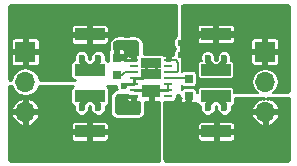
<source format=gbr>
G04 #@! TF.GenerationSoftware,KiCad,Pcbnew,(2017-06-16 revision 2018d4894)-master*
G04 #@! TF.CreationDate,2017-08-04T08:01:46+02:00*
G04 #@! TF.ProjectId,LT3032-breakout,4C54333033322D627265616B6F75742E,rev?*
G04 #@! TF.SameCoordinates,Original
G04 #@! TF.FileFunction,Copper,L1,Top,Signal*
G04 #@! TF.FilePolarity,Positive*
%FSLAX46Y46*%
G04 Gerber Fmt 4.6, Leading zero omitted, Abs format (unit mm)*
G04 Created by KiCad (PCBNEW (2017-06-16 revision 2018d4894)-master) date Fri Aug  4 08:01:46 2017*
%MOMM*%
%LPD*%
G01*
G04 APERTURE LIST*
%ADD10C,0.100000*%
%ADD11R,2.500000X1.000000*%
%ADD12R,0.750000X0.800000*%
%ADD13R,1.650000X1.070000*%
%ADD14R,0.700000X0.250000*%
%ADD15R,0.825000X0.890000*%
%ADD16O,1.700000X1.700000*%
%ADD17R,1.700000X1.700000*%
%ADD18C,0.600000*%
%ADD19C,0.150000*%
%ADD20C,0.500000*%
%ADD21C,0.250000*%
G04 APERTURE END LIST*
D10*
D11*
X148200000Y-68100000D03*
X148200000Y-71100000D03*
X148200000Y-76300000D03*
X148200000Y-73300000D03*
D12*
X150500000Y-70050000D03*
X150500000Y-71550000D03*
X156600000Y-73350000D03*
X156600000Y-71850000D03*
D11*
X158900000Y-68100000D03*
X158900000Y-71100000D03*
X158900000Y-76300000D03*
X158900000Y-73300000D03*
D13*
X153387500Y-72900000D03*
D14*
X154837500Y-70300000D03*
X154837500Y-70800000D03*
X154837500Y-71300000D03*
X154837500Y-71800000D03*
X154837500Y-72300000D03*
X154837500Y-72800000D03*
X154837500Y-73300000D03*
X151937500Y-73300000D03*
X151937500Y-72800000D03*
X151937500Y-72300000D03*
X151937500Y-71800000D03*
X151937500Y-71300000D03*
X151937500Y-70800000D03*
X151937500Y-70300000D03*
D15*
X152975000Y-70555000D03*
X153800000Y-70555000D03*
X153800000Y-71445000D03*
X152975000Y-71445000D03*
D16*
X142740000Y-74660000D03*
X142740000Y-72120000D03*
D17*
X142740000Y-69580000D03*
D16*
X163060000Y-74660000D03*
X163060000Y-72120000D03*
D17*
X163060000Y-69580000D03*
D18*
X159600000Y-74300000D03*
X158200000Y-74300000D03*
X159600000Y-70100000D03*
X158200000Y-70100000D03*
X147500000Y-70100000D03*
X147500000Y-74300000D03*
X148900000Y-74300000D03*
X148900000Y-70100000D03*
X152975000Y-70555000D03*
X153800000Y-70555000D03*
X153800000Y-71445000D03*
X152975000Y-71445000D03*
X151100000Y-72500000D03*
X155900000Y-68800000D03*
X155900000Y-69800000D03*
X156900000Y-69800000D03*
X156900000Y-68800000D03*
X150800000Y-68800000D03*
X151800000Y-69800000D03*
X151800000Y-68800000D03*
X157100000Y-74100000D03*
X157100000Y-75100000D03*
X156100000Y-75100000D03*
X156100000Y-74100000D03*
X151900000Y-74500000D03*
X150900000Y-74500000D03*
X150900000Y-73500000D03*
D19*
X150950000Y-71550000D02*
X151200000Y-71300000D01*
X151200000Y-71300000D02*
X151937500Y-71300000D01*
X150500000Y-71550000D02*
X150950000Y-71550000D01*
D20*
X159600000Y-74300000D02*
X159600000Y-74000000D01*
X159600000Y-74000000D02*
X158900000Y-73300000D01*
X158200000Y-74300000D02*
X158200000Y-74000000D01*
X158200000Y-74000000D02*
X158900000Y-73300000D01*
X159600000Y-70400000D02*
X158900000Y-71100000D01*
X159600000Y-70100000D02*
X159600000Y-70400000D01*
X158200000Y-70100000D02*
X158200000Y-70400000D01*
X158200000Y-70400000D02*
X158900000Y-71100000D01*
X147500000Y-70100000D02*
X147500000Y-70400000D01*
X147500000Y-70400000D02*
X148200000Y-71100000D01*
X147500000Y-74300000D02*
X147500000Y-74000000D01*
X147500000Y-74000000D02*
X148200000Y-73300000D01*
X148900000Y-74300000D02*
X148900000Y-74000000D01*
X148900000Y-74000000D02*
X148200000Y-73300000D01*
X148900000Y-70100000D02*
X148900000Y-70400000D01*
X148900000Y-70400000D02*
X148200000Y-71100000D01*
D21*
X152975000Y-71445000D02*
X152975000Y-70555000D01*
X153800000Y-71445000D02*
X153800000Y-70555000D01*
X152975000Y-71445000D02*
X153800000Y-71445000D01*
X151937500Y-71800000D02*
X152620000Y-71800000D01*
X152620000Y-71800000D02*
X152975000Y-71445000D01*
X151937500Y-71800000D02*
X151937500Y-72300000D01*
X151937500Y-72300000D02*
X151300000Y-72300000D01*
X151300000Y-72300000D02*
X151100000Y-72500000D01*
D19*
X154837500Y-70300000D02*
X155500000Y-70300000D01*
X155500000Y-70300000D02*
X155700000Y-70500000D01*
X155700000Y-70500000D02*
X155700000Y-71200000D01*
D21*
X154400000Y-68100000D02*
X154837500Y-68537500D01*
X154837500Y-68537500D02*
X154837500Y-70300000D01*
X148200000Y-68100000D02*
X154400000Y-68100000D01*
D19*
X155500000Y-71300000D02*
X155600000Y-71300000D01*
X155600000Y-71300000D02*
X155700000Y-71200000D01*
X155500000Y-71300000D02*
X154837500Y-71300000D01*
X154837500Y-72300000D02*
X154837500Y-72800000D01*
D21*
X154837500Y-72800000D02*
X153487500Y-72800000D01*
X153487500Y-72800000D02*
X153387500Y-72900000D01*
X151937500Y-72800000D02*
X153287500Y-72800000D01*
X153287500Y-72800000D02*
X153387500Y-72900000D01*
X155900000Y-69800000D02*
X156900000Y-69800000D01*
X155900000Y-68800000D02*
X155900000Y-69800000D01*
X156900000Y-68800000D02*
X155900000Y-68800000D01*
X158900000Y-68100000D02*
X157600000Y-68100000D01*
X157600000Y-68100000D02*
X156900000Y-68800000D01*
X151800000Y-68800000D02*
X151800000Y-69800000D01*
X150800000Y-68800000D02*
X151800000Y-68800000D01*
X150500000Y-70050000D02*
X150500000Y-69100000D01*
X150500000Y-69100000D02*
X150800000Y-68800000D01*
X156100000Y-74100000D02*
X157100000Y-74100000D01*
X156100000Y-75100000D02*
X157100000Y-75100000D01*
X156100000Y-75100000D02*
X156100000Y-74100000D01*
X156100000Y-74100000D02*
X156600000Y-73600000D01*
X156600000Y-73600000D02*
X156600000Y-73350000D01*
D19*
X150900000Y-74500000D02*
X151900000Y-74500000D01*
X150900000Y-73500000D02*
X150900000Y-74500000D01*
X151937500Y-73300000D02*
X151100000Y-73300000D01*
X151100000Y-73300000D02*
X150900000Y-73500000D01*
X154837500Y-71800000D02*
X156550000Y-71800000D01*
X156550000Y-71800000D02*
X156600000Y-71850000D01*
D21*
G36*
X141400000Y-72475000D02*
X141561615Y-72475000D01*
X141584249Y-72588787D01*
X141849795Y-72986206D01*
X142247214Y-73251752D01*
X142716001Y-73345000D01*
X142763999Y-73345000D01*
X143232786Y-73251752D01*
X143630205Y-72986206D01*
X143895751Y-72588787D01*
X143918385Y-72475000D01*
X146761416Y-72475000D01*
X146679641Y-72529641D01*
X146596758Y-72653683D01*
X146567654Y-72800000D01*
X146567654Y-73800000D01*
X146596758Y-73946317D01*
X146679641Y-74070359D01*
X146803683Y-74153242D01*
X146828047Y-74158088D01*
X146825117Y-74165145D01*
X146824883Y-74433677D01*
X146927429Y-74681857D01*
X147117144Y-74871903D01*
X147365145Y-74974883D01*
X147633677Y-74975117D01*
X147881857Y-74872571D01*
X148071903Y-74682856D01*
X148174883Y-74434855D01*
X148175080Y-74208804D01*
X148200000Y-74183883D01*
X148225079Y-74208962D01*
X148224883Y-74433677D01*
X148327429Y-74681857D01*
X148517144Y-74871903D01*
X148765145Y-74974883D01*
X149033677Y-74975117D01*
X149281857Y-74872571D01*
X149471903Y-74682856D01*
X149574883Y-74434855D01*
X149575117Y-74166323D01*
X149571733Y-74158132D01*
X149596317Y-74153242D01*
X149720359Y-74070359D01*
X149803242Y-73946317D01*
X149832346Y-73800000D01*
X149832346Y-72800000D01*
X149803242Y-72653683D01*
X149720359Y-72529641D01*
X149638584Y-72475000D01*
X150425021Y-72475000D01*
X150424883Y-72633677D01*
X150465456Y-72731871D01*
X150356494Y-72753545D01*
X150234835Y-72834835D01*
X150034835Y-73034835D01*
X149953545Y-73156494D01*
X149925000Y-73300000D01*
X149925000Y-74700000D01*
X149953545Y-74843506D01*
X150034835Y-74965165D01*
X150234835Y-75165165D01*
X150356494Y-75246455D01*
X150500000Y-75275000D01*
X152300000Y-75275000D01*
X152443506Y-75246455D01*
X152565165Y-75165165D01*
X152765165Y-74965165D01*
X152846455Y-74843506D01*
X152875000Y-74700000D01*
X152875000Y-73810000D01*
X153168750Y-73810000D01*
X153262500Y-73716250D01*
X153262500Y-73025000D01*
X153242500Y-73025000D01*
X153242500Y-72775000D01*
X153262500Y-72775000D01*
X153262500Y-72755000D01*
X153512500Y-72755000D01*
X153512500Y-72775000D01*
X153532500Y-72775000D01*
X153532500Y-73025000D01*
X153512500Y-73025000D01*
X153512500Y-73716250D01*
X153606250Y-73810000D01*
X154025000Y-73810000D01*
X154025000Y-78700000D01*
X154039918Y-78775000D01*
X141451776Y-78775000D01*
X141325000Y-78648224D01*
X141325000Y-76518750D01*
X146575000Y-76518750D01*
X146575000Y-76874592D01*
X146632090Y-77012420D01*
X146737579Y-77117910D01*
X146875408Y-77175000D01*
X147981250Y-77175000D01*
X148075000Y-77081250D01*
X148075000Y-76425000D01*
X148325000Y-76425000D01*
X148325000Y-77081250D01*
X148418750Y-77175000D01*
X149524592Y-77175000D01*
X149662421Y-77117910D01*
X149767910Y-77012420D01*
X149825000Y-76874592D01*
X149825000Y-76518750D01*
X149731250Y-76425000D01*
X148325000Y-76425000D01*
X148075000Y-76425000D01*
X146668750Y-76425000D01*
X146575000Y-76518750D01*
X141325000Y-76518750D01*
X141325000Y-74974093D01*
X141555951Y-74974093D01*
X141680645Y-75275157D01*
X141996694Y-75633729D01*
X142425905Y-75844059D01*
X142615000Y-75784867D01*
X142615000Y-74785000D01*
X142865000Y-74785000D01*
X142865000Y-75784867D01*
X143054095Y-75844059D01*
X143296220Y-75725408D01*
X146575000Y-75725408D01*
X146575000Y-76081250D01*
X146668750Y-76175000D01*
X148075000Y-76175000D01*
X148075000Y-75518750D01*
X148325000Y-75518750D01*
X148325000Y-76175000D01*
X149731250Y-76175000D01*
X149825000Y-76081250D01*
X149825000Y-75725408D01*
X149767910Y-75587580D01*
X149662421Y-75482090D01*
X149524592Y-75425000D01*
X148418750Y-75425000D01*
X148325000Y-75518750D01*
X148075000Y-75518750D01*
X147981250Y-75425000D01*
X146875408Y-75425000D01*
X146737579Y-75482090D01*
X146632090Y-75587580D01*
X146575000Y-75725408D01*
X143296220Y-75725408D01*
X143483306Y-75633729D01*
X143799355Y-75275157D01*
X143924049Y-74974093D01*
X143864323Y-74785000D01*
X142865000Y-74785000D01*
X142615000Y-74785000D01*
X141615677Y-74785000D01*
X141555951Y-74974093D01*
X141325000Y-74974093D01*
X141325000Y-74345907D01*
X141555951Y-74345907D01*
X141615677Y-74535000D01*
X142615000Y-74535000D01*
X142615000Y-73535133D01*
X142865000Y-73535133D01*
X142865000Y-74535000D01*
X143864323Y-74535000D01*
X143924049Y-74345907D01*
X143799355Y-74044843D01*
X143483306Y-73686271D01*
X143054095Y-73475941D01*
X142865000Y-73535133D01*
X142615000Y-73535133D01*
X142425905Y-73475941D01*
X141996694Y-73686271D01*
X141680645Y-74044843D01*
X141555951Y-74345907D01*
X141325000Y-74345907D01*
X141325000Y-72460082D01*
X141400000Y-72475000D01*
X141400000Y-72475000D01*
G37*
X141400000Y-72475000D02*
X141561615Y-72475000D01*
X141584249Y-72588787D01*
X141849795Y-72986206D01*
X142247214Y-73251752D01*
X142716001Y-73345000D01*
X142763999Y-73345000D01*
X143232786Y-73251752D01*
X143630205Y-72986206D01*
X143895751Y-72588787D01*
X143918385Y-72475000D01*
X146761416Y-72475000D01*
X146679641Y-72529641D01*
X146596758Y-72653683D01*
X146567654Y-72800000D01*
X146567654Y-73800000D01*
X146596758Y-73946317D01*
X146679641Y-74070359D01*
X146803683Y-74153242D01*
X146828047Y-74158088D01*
X146825117Y-74165145D01*
X146824883Y-74433677D01*
X146927429Y-74681857D01*
X147117144Y-74871903D01*
X147365145Y-74974883D01*
X147633677Y-74975117D01*
X147881857Y-74872571D01*
X148071903Y-74682856D01*
X148174883Y-74434855D01*
X148175080Y-74208804D01*
X148200000Y-74183883D01*
X148225079Y-74208962D01*
X148224883Y-74433677D01*
X148327429Y-74681857D01*
X148517144Y-74871903D01*
X148765145Y-74974883D01*
X149033677Y-74975117D01*
X149281857Y-74872571D01*
X149471903Y-74682856D01*
X149574883Y-74434855D01*
X149575117Y-74166323D01*
X149571733Y-74158132D01*
X149596317Y-74153242D01*
X149720359Y-74070359D01*
X149803242Y-73946317D01*
X149832346Y-73800000D01*
X149832346Y-72800000D01*
X149803242Y-72653683D01*
X149720359Y-72529641D01*
X149638584Y-72475000D01*
X150425021Y-72475000D01*
X150424883Y-72633677D01*
X150465456Y-72731871D01*
X150356494Y-72753545D01*
X150234835Y-72834835D01*
X150034835Y-73034835D01*
X149953545Y-73156494D01*
X149925000Y-73300000D01*
X149925000Y-74700000D01*
X149953545Y-74843506D01*
X150034835Y-74965165D01*
X150234835Y-75165165D01*
X150356494Y-75246455D01*
X150500000Y-75275000D01*
X152300000Y-75275000D01*
X152443506Y-75246455D01*
X152565165Y-75165165D01*
X152765165Y-74965165D01*
X152846455Y-74843506D01*
X152875000Y-74700000D01*
X152875000Y-73810000D01*
X153168750Y-73810000D01*
X153262500Y-73716250D01*
X153262500Y-73025000D01*
X153242500Y-73025000D01*
X153242500Y-72775000D01*
X153262500Y-72775000D01*
X153262500Y-72755000D01*
X153512500Y-72755000D01*
X153512500Y-72775000D01*
X153532500Y-72775000D01*
X153532500Y-73025000D01*
X153512500Y-73025000D01*
X153512500Y-73716250D01*
X153606250Y-73810000D01*
X154025000Y-73810000D01*
X154025000Y-78700000D01*
X154039918Y-78775000D01*
X141451776Y-78775000D01*
X141325000Y-78648224D01*
X141325000Y-76518750D01*
X146575000Y-76518750D01*
X146575000Y-76874592D01*
X146632090Y-77012420D01*
X146737579Y-77117910D01*
X146875408Y-77175000D01*
X147981250Y-77175000D01*
X148075000Y-77081250D01*
X148075000Y-76425000D01*
X148325000Y-76425000D01*
X148325000Y-77081250D01*
X148418750Y-77175000D01*
X149524592Y-77175000D01*
X149662421Y-77117910D01*
X149767910Y-77012420D01*
X149825000Y-76874592D01*
X149825000Y-76518750D01*
X149731250Y-76425000D01*
X148325000Y-76425000D01*
X148075000Y-76425000D01*
X146668750Y-76425000D01*
X146575000Y-76518750D01*
X141325000Y-76518750D01*
X141325000Y-74974093D01*
X141555951Y-74974093D01*
X141680645Y-75275157D01*
X141996694Y-75633729D01*
X142425905Y-75844059D01*
X142615000Y-75784867D01*
X142615000Y-74785000D01*
X142865000Y-74785000D01*
X142865000Y-75784867D01*
X143054095Y-75844059D01*
X143296220Y-75725408D01*
X146575000Y-75725408D01*
X146575000Y-76081250D01*
X146668750Y-76175000D01*
X148075000Y-76175000D01*
X148075000Y-75518750D01*
X148325000Y-75518750D01*
X148325000Y-76175000D01*
X149731250Y-76175000D01*
X149825000Y-76081250D01*
X149825000Y-75725408D01*
X149767910Y-75587580D01*
X149662421Y-75482090D01*
X149524592Y-75425000D01*
X148418750Y-75425000D01*
X148325000Y-75518750D01*
X148075000Y-75518750D01*
X147981250Y-75425000D01*
X146875408Y-75425000D01*
X146737579Y-75482090D01*
X146632090Y-75587580D01*
X146575000Y-75725408D01*
X143296220Y-75725408D01*
X143483306Y-75633729D01*
X143799355Y-75275157D01*
X143924049Y-74974093D01*
X143864323Y-74785000D01*
X142865000Y-74785000D01*
X142615000Y-74785000D01*
X141615677Y-74785000D01*
X141555951Y-74974093D01*
X141325000Y-74974093D01*
X141325000Y-74345907D01*
X141555951Y-74345907D01*
X141615677Y-74535000D01*
X142615000Y-74535000D01*
X142615000Y-73535133D01*
X142865000Y-73535133D01*
X142865000Y-74535000D01*
X143864323Y-74535000D01*
X143924049Y-74345907D01*
X143799355Y-74044843D01*
X143483306Y-73686271D01*
X143054095Y-73475941D01*
X142865000Y-73535133D01*
X142615000Y-73535133D01*
X142425905Y-73475941D01*
X141996694Y-73686271D01*
X141680645Y-74044843D01*
X141555951Y-74345907D01*
X141325000Y-74345907D01*
X141325000Y-72460082D01*
X141400000Y-72475000D01*
G36*
X155525000Y-65700000D02*
X155525000Y-68224596D01*
X155518143Y-68227429D01*
X155328097Y-68417144D01*
X155225117Y-68665145D01*
X155224883Y-68933677D01*
X155327429Y-69181857D01*
X155400000Y-69254555D01*
X155400000Y-69345366D01*
X155328097Y-69417144D01*
X155225117Y-69665145D01*
X155224999Y-69800000D01*
X155056250Y-69800000D01*
X154962500Y-69893750D01*
X154962500Y-70237500D01*
X154982500Y-70237500D01*
X154982500Y-70292654D01*
X154692500Y-70292654D01*
X154692500Y-70237500D01*
X154712500Y-70237500D01*
X154712500Y-69893750D01*
X154618750Y-69800000D01*
X154423533Y-69800000D01*
X154358817Y-69756758D01*
X154212500Y-69727654D01*
X152774537Y-69727654D01*
X152774537Y-68800000D01*
X152745992Y-68656494D01*
X152664702Y-68534835D01*
X152464702Y-68334835D01*
X152343043Y-68253545D01*
X152199537Y-68225000D01*
X152175398Y-68225000D01*
X151934855Y-68125117D01*
X151666323Y-68124883D01*
X151424022Y-68225000D01*
X151175398Y-68225000D01*
X150934855Y-68125117D01*
X150666323Y-68124883D01*
X150424022Y-68225000D01*
X150399537Y-68225000D01*
X150256031Y-68253545D01*
X150134372Y-68334835D01*
X149934372Y-68534835D01*
X149853082Y-68656494D01*
X149824537Y-68800000D01*
X149824537Y-69424694D01*
X149771758Y-69503683D01*
X149742654Y-69650000D01*
X149742654Y-70363008D01*
X149720359Y-70329641D01*
X149596317Y-70246758D01*
X149571953Y-70241912D01*
X149574883Y-70234855D01*
X149575117Y-69966323D01*
X149472571Y-69718143D01*
X149282856Y-69528097D01*
X149034855Y-69425117D01*
X148766323Y-69424883D01*
X148518143Y-69527429D01*
X148328097Y-69717144D01*
X148225117Y-69965145D01*
X148224920Y-70191197D01*
X148200000Y-70216117D01*
X148174921Y-70191038D01*
X148175117Y-69966323D01*
X148072571Y-69718143D01*
X147882856Y-69528097D01*
X147634855Y-69425117D01*
X147366323Y-69424883D01*
X147118143Y-69527429D01*
X146928097Y-69717144D01*
X146825117Y-69965145D01*
X146824883Y-70233677D01*
X146828267Y-70241868D01*
X146803683Y-70246758D01*
X146679641Y-70329641D01*
X146596758Y-70453683D01*
X146567654Y-70600000D01*
X146567654Y-71600000D01*
X146596758Y-71746317D01*
X146679641Y-71870359D01*
X146803683Y-71953242D01*
X146913069Y-71975000D01*
X143960157Y-71975000D01*
X143895751Y-71651213D01*
X143630205Y-71253794D01*
X143232786Y-70988248D01*
X142763999Y-70895000D01*
X142716001Y-70895000D01*
X142247214Y-70988248D01*
X141849795Y-71253794D01*
X141584249Y-71651213D01*
X141519843Y-71975000D01*
X141451776Y-71975000D01*
X141325000Y-71848224D01*
X141325000Y-69798750D01*
X141515000Y-69798750D01*
X141515000Y-70504592D01*
X141572090Y-70642421D01*
X141677580Y-70747910D01*
X141815408Y-70805000D01*
X142521250Y-70805000D01*
X142615000Y-70711250D01*
X142615000Y-69705000D01*
X142865000Y-69705000D01*
X142865000Y-70711250D01*
X142958750Y-70805000D01*
X143664592Y-70805000D01*
X143802420Y-70747910D01*
X143907910Y-70642421D01*
X143965000Y-70504592D01*
X143965000Y-69798750D01*
X143871250Y-69705000D01*
X142865000Y-69705000D01*
X142615000Y-69705000D01*
X141608750Y-69705000D01*
X141515000Y-69798750D01*
X141325000Y-69798750D01*
X141325000Y-68655408D01*
X141515000Y-68655408D01*
X141515000Y-69361250D01*
X141608750Y-69455000D01*
X142615000Y-69455000D01*
X142615000Y-68448750D01*
X142865000Y-68448750D01*
X142865000Y-69455000D01*
X143871250Y-69455000D01*
X143965000Y-69361250D01*
X143965000Y-68655408D01*
X143907910Y-68517579D01*
X143802420Y-68412090D01*
X143664592Y-68355000D01*
X142958750Y-68355000D01*
X142865000Y-68448750D01*
X142615000Y-68448750D01*
X142521250Y-68355000D01*
X141815408Y-68355000D01*
X141677580Y-68412090D01*
X141572090Y-68517579D01*
X141515000Y-68655408D01*
X141325000Y-68655408D01*
X141325000Y-68318750D01*
X146575000Y-68318750D01*
X146575000Y-68674592D01*
X146632090Y-68812420D01*
X146737579Y-68917910D01*
X146875408Y-68975000D01*
X147981250Y-68975000D01*
X148075000Y-68881250D01*
X148075000Y-68225000D01*
X148325000Y-68225000D01*
X148325000Y-68881250D01*
X148418750Y-68975000D01*
X149524592Y-68975000D01*
X149662421Y-68917910D01*
X149767910Y-68812420D01*
X149825000Y-68674592D01*
X149825000Y-68318750D01*
X149731250Y-68225000D01*
X148325000Y-68225000D01*
X148075000Y-68225000D01*
X146668750Y-68225000D01*
X146575000Y-68318750D01*
X141325000Y-68318750D01*
X141325000Y-67525408D01*
X146575000Y-67525408D01*
X146575000Y-67881250D01*
X146668750Y-67975000D01*
X148075000Y-67975000D01*
X148075000Y-67318750D01*
X148325000Y-67318750D01*
X148325000Y-67975000D01*
X149731250Y-67975000D01*
X149825000Y-67881250D01*
X149825000Y-67525408D01*
X149767910Y-67387580D01*
X149662421Y-67282090D01*
X149524592Y-67225000D01*
X148418750Y-67225000D01*
X148325000Y-67318750D01*
X148075000Y-67318750D01*
X147981250Y-67225000D01*
X146875408Y-67225000D01*
X146737579Y-67282090D01*
X146632090Y-67387580D01*
X146575000Y-67525408D01*
X141325000Y-67525408D01*
X141325000Y-65751776D01*
X141451776Y-65625000D01*
X155539918Y-65625000D01*
X155525000Y-65700000D01*
X155525000Y-65700000D01*
G37*
X155525000Y-65700000D02*
X155525000Y-68224596D01*
X155518143Y-68227429D01*
X155328097Y-68417144D01*
X155225117Y-68665145D01*
X155224883Y-68933677D01*
X155327429Y-69181857D01*
X155400000Y-69254555D01*
X155400000Y-69345366D01*
X155328097Y-69417144D01*
X155225117Y-69665145D01*
X155224999Y-69800000D01*
X155056250Y-69800000D01*
X154962500Y-69893750D01*
X154962500Y-70237500D01*
X154982500Y-70237500D01*
X154982500Y-70292654D01*
X154692500Y-70292654D01*
X154692500Y-70237500D01*
X154712500Y-70237500D01*
X154712500Y-69893750D01*
X154618750Y-69800000D01*
X154423533Y-69800000D01*
X154358817Y-69756758D01*
X154212500Y-69727654D01*
X152774537Y-69727654D01*
X152774537Y-68800000D01*
X152745992Y-68656494D01*
X152664702Y-68534835D01*
X152464702Y-68334835D01*
X152343043Y-68253545D01*
X152199537Y-68225000D01*
X152175398Y-68225000D01*
X151934855Y-68125117D01*
X151666323Y-68124883D01*
X151424022Y-68225000D01*
X151175398Y-68225000D01*
X150934855Y-68125117D01*
X150666323Y-68124883D01*
X150424022Y-68225000D01*
X150399537Y-68225000D01*
X150256031Y-68253545D01*
X150134372Y-68334835D01*
X149934372Y-68534835D01*
X149853082Y-68656494D01*
X149824537Y-68800000D01*
X149824537Y-69424694D01*
X149771758Y-69503683D01*
X149742654Y-69650000D01*
X149742654Y-70363008D01*
X149720359Y-70329641D01*
X149596317Y-70246758D01*
X149571953Y-70241912D01*
X149574883Y-70234855D01*
X149575117Y-69966323D01*
X149472571Y-69718143D01*
X149282856Y-69528097D01*
X149034855Y-69425117D01*
X148766323Y-69424883D01*
X148518143Y-69527429D01*
X148328097Y-69717144D01*
X148225117Y-69965145D01*
X148224920Y-70191197D01*
X148200000Y-70216117D01*
X148174921Y-70191038D01*
X148175117Y-69966323D01*
X148072571Y-69718143D01*
X147882856Y-69528097D01*
X147634855Y-69425117D01*
X147366323Y-69424883D01*
X147118143Y-69527429D01*
X146928097Y-69717144D01*
X146825117Y-69965145D01*
X146824883Y-70233677D01*
X146828267Y-70241868D01*
X146803683Y-70246758D01*
X146679641Y-70329641D01*
X146596758Y-70453683D01*
X146567654Y-70600000D01*
X146567654Y-71600000D01*
X146596758Y-71746317D01*
X146679641Y-71870359D01*
X146803683Y-71953242D01*
X146913069Y-71975000D01*
X143960157Y-71975000D01*
X143895751Y-71651213D01*
X143630205Y-71253794D01*
X143232786Y-70988248D01*
X142763999Y-70895000D01*
X142716001Y-70895000D01*
X142247214Y-70988248D01*
X141849795Y-71253794D01*
X141584249Y-71651213D01*
X141519843Y-71975000D01*
X141451776Y-71975000D01*
X141325000Y-71848224D01*
X141325000Y-69798750D01*
X141515000Y-69798750D01*
X141515000Y-70504592D01*
X141572090Y-70642421D01*
X141677580Y-70747910D01*
X141815408Y-70805000D01*
X142521250Y-70805000D01*
X142615000Y-70711250D01*
X142615000Y-69705000D01*
X142865000Y-69705000D01*
X142865000Y-70711250D01*
X142958750Y-70805000D01*
X143664592Y-70805000D01*
X143802420Y-70747910D01*
X143907910Y-70642421D01*
X143965000Y-70504592D01*
X143965000Y-69798750D01*
X143871250Y-69705000D01*
X142865000Y-69705000D01*
X142615000Y-69705000D01*
X141608750Y-69705000D01*
X141515000Y-69798750D01*
X141325000Y-69798750D01*
X141325000Y-68655408D01*
X141515000Y-68655408D01*
X141515000Y-69361250D01*
X141608750Y-69455000D01*
X142615000Y-69455000D01*
X142615000Y-68448750D01*
X142865000Y-68448750D01*
X142865000Y-69455000D01*
X143871250Y-69455000D01*
X143965000Y-69361250D01*
X143965000Y-68655408D01*
X143907910Y-68517579D01*
X143802420Y-68412090D01*
X143664592Y-68355000D01*
X142958750Y-68355000D01*
X142865000Y-68448750D01*
X142615000Y-68448750D01*
X142521250Y-68355000D01*
X141815408Y-68355000D01*
X141677580Y-68412090D01*
X141572090Y-68517579D01*
X141515000Y-68655408D01*
X141325000Y-68655408D01*
X141325000Y-68318750D01*
X146575000Y-68318750D01*
X146575000Y-68674592D01*
X146632090Y-68812420D01*
X146737579Y-68917910D01*
X146875408Y-68975000D01*
X147981250Y-68975000D01*
X148075000Y-68881250D01*
X148075000Y-68225000D01*
X148325000Y-68225000D01*
X148325000Y-68881250D01*
X148418750Y-68975000D01*
X149524592Y-68975000D01*
X149662421Y-68917910D01*
X149767910Y-68812420D01*
X149825000Y-68674592D01*
X149825000Y-68318750D01*
X149731250Y-68225000D01*
X148325000Y-68225000D01*
X148075000Y-68225000D01*
X146668750Y-68225000D01*
X146575000Y-68318750D01*
X141325000Y-68318750D01*
X141325000Y-67525408D01*
X146575000Y-67525408D01*
X146575000Y-67881250D01*
X146668750Y-67975000D01*
X148075000Y-67975000D01*
X148075000Y-67318750D01*
X148325000Y-67318750D01*
X148325000Y-67975000D01*
X149731250Y-67975000D01*
X149825000Y-67881250D01*
X149825000Y-67525408D01*
X149767910Y-67387580D01*
X149662421Y-67282090D01*
X149524592Y-67225000D01*
X148418750Y-67225000D01*
X148325000Y-67318750D01*
X148075000Y-67318750D01*
X147981250Y-67225000D01*
X146875408Y-67225000D01*
X146737579Y-67282090D01*
X146632090Y-67387580D01*
X146575000Y-67525408D01*
X141325000Y-67525408D01*
X141325000Y-65751776D01*
X141451776Y-65625000D01*
X155539918Y-65625000D01*
X155525000Y-65700000D01*
G36*
X151306250Y-73237500D02*
X151380209Y-73237500D01*
X151441183Y-73278242D01*
X151587500Y-73307346D01*
X152082500Y-73307346D01*
X152082500Y-73362500D01*
X152062500Y-73362500D01*
X152062500Y-73706250D01*
X152156250Y-73800000D01*
X152362092Y-73800000D01*
X152375000Y-73794653D01*
X152375000Y-74648224D01*
X152248224Y-74775000D01*
X150551776Y-74775000D01*
X150425000Y-74648224D01*
X150425000Y-73456250D01*
X151212500Y-73456250D01*
X151212500Y-73499592D01*
X151269590Y-73637421D01*
X151375080Y-73742910D01*
X151512908Y-73800000D01*
X151718750Y-73800000D01*
X151812500Y-73706250D01*
X151812500Y-73362500D01*
X151306250Y-73362500D01*
X151212500Y-73456250D01*
X150425000Y-73456250D01*
X150425000Y-73351776D01*
X150551776Y-73225000D01*
X151293750Y-73225000D01*
X151306250Y-73237500D01*
X151306250Y-73237500D01*
G37*
X151306250Y-73237500D02*
X151380209Y-73237500D01*
X151441183Y-73278242D01*
X151587500Y-73307346D01*
X152082500Y-73307346D01*
X152082500Y-73362500D01*
X152062500Y-73362500D01*
X152062500Y-73706250D01*
X152156250Y-73800000D01*
X152362092Y-73800000D01*
X152375000Y-73794653D01*
X152375000Y-74648224D01*
X152248224Y-74775000D01*
X150551776Y-74775000D01*
X150425000Y-74648224D01*
X150425000Y-73456250D01*
X151212500Y-73456250D01*
X151212500Y-73499592D01*
X151269590Y-73637421D01*
X151375080Y-73742910D01*
X151512908Y-73800000D01*
X151718750Y-73800000D01*
X151812500Y-73706250D01*
X151812500Y-73362500D01*
X151306250Y-73362500D01*
X151212500Y-73456250D01*
X150425000Y-73456250D01*
X150425000Y-73351776D01*
X150551776Y-73225000D01*
X151293750Y-73225000D01*
X151306250Y-73237500D01*
G36*
X155834835Y-73365165D02*
X155850000Y-73375298D01*
X155850000Y-73475002D01*
X155943748Y-73475002D01*
X155850000Y-73568750D01*
X155850000Y-73824592D01*
X155907090Y-73962420D01*
X156012579Y-74067910D01*
X156150408Y-74125000D01*
X156381250Y-74125000D01*
X156475000Y-74031250D01*
X156475000Y-73475000D01*
X156725000Y-73475000D01*
X156725000Y-74031250D01*
X156818750Y-74125000D01*
X157049592Y-74125000D01*
X157187421Y-74067910D01*
X157292910Y-73962420D01*
X157298500Y-73948924D01*
X157379641Y-74070359D01*
X157503683Y-74153242D01*
X157528047Y-74158088D01*
X157525117Y-74165145D01*
X157524883Y-74433677D01*
X157627429Y-74681857D01*
X157817144Y-74871903D01*
X158065145Y-74974883D01*
X158333677Y-74975117D01*
X158581857Y-74872571D01*
X158771903Y-74682856D01*
X158874883Y-74434855D01*
X158875080Y-74208804D01*
X158900000Y-74183883D01*
X158925079Y-74208962D01*
X158924883Y-74433677D01*
X159027429Y-74681857D01*
X159217144Y-74871903D01*
X159465145Y-74974883D01*
X159733677Y-74975117D01*
X159736155Y-74974093D01*
X161875951Y-74974093D01*
X162000645Y-75275157D01*
X162316694Y-75633729D01*
X162745905Y-75844059D01*
X162935000Y-75784867D01*
X162935000Y-74785000D01*
X163185000Y-74785000D01*
X163185000Y-75784867D01*
X163374095Y-75844059D01*
X163803306Y-75633729D01*
X164119355Y-75275157D01*
X164244049Y-74974093D01*
X164184323Y-74785000D01*
X163185000Y-74785000D01*
X162935000Y-74785000D01*
X161935677Y-74785000D01*
X161875951Y-74974093D01*
X159736155Y-74974093D01*
X159981857Y-74872571D01*
X160171903Y-74682856D01*
X160274883Y-74434855D01*
X160275117Y-74166323D01*
X160271733Y-74158132D01*
X160296317Y-74153242D01*
X160420359Y-74070359D01*
X160503242Y-73946317D01*
X160532346Y-73800000D01*
X160532346Y-73475000D01*
X162934998Y-73475000D01*
X162934998Y-73535132D01*
X162745905Y-73475941D01*
X162316694Y-73686271D01*
X162000645Y-74044843D01*
X161875951Y-74345907D01*
X161935677Y-74535000D01*
X162935000Y-74535000D01*
X162935000Y-74515000D01*
X163185000Y-74515000D01*
X163185000Y-74535000D01*
X164184323Y-74535000D01*
X164244049Y-74345907D01*
X164119355Y-74044843D01*
X163803306Y-73686271D01*
X163374095Y-73475941D01*
X163185002Y-73535132D01*
X163185002Y-73475000D01*
X165000000Y-73475000D01*
X165075000Y-73460082D01*
X165075000Y-78648224D01*
X164948224Y-78775000D01*
X154651776Y-78775000D01*
X154525000Y-78648224D01*
X154525000Y-76518750D01*
X157275000Y-76518750D01*
X157275000Y-76874592D01*
X157332090Y-77012420D01*
X157437579Y-77117910D01*
X157575408Y-77175000D01*
X158681250Y-77175000D01*
X158775000Y-77081250D01*
X158775000Y-76425000D01*
X159025000Y-76425000D01*
X159025000Y-77081250D01*
X159118750Y-77175000D01*
X160224592Y-77175000D01*
X160362421Y-77117910D01*
X160467910Y-77012420D01*
X160525000Y-76874592D01*
X160525000Y-76518750D01*
X160431250Y-76425000D01*
X159025000Y-76425000D01*
X158775000Y-76425000D01*
X157368750Y-76425000D01*
X157275000Y-76518750D01*
X154525000Y-76518750D01*
X154525000Y-75725408D01*
X157275000Y-75725408D01*
X157275000Y-76081250D01*
X157368750Y-76175000D01*
X158775000Y-76175000D01*
X158775000Y-75518750D01*
X159025000Y-75518750D01*
X159025000Y-76175000D01*
X160431250Y-76175000D01*
X160525000Y-76081250D01*
X160525000Y-75725408D01*
X160467910Y-75587580D01*
X160362421Y-75482090D01*
X160224592Y-75425000D01*
X159118750Y-75425000D01*
X159025000Y-75518750D01*
X158775000Y-75518750D01*
X158681250Y-75425000D01*
X157575408Y-75425000D01*
X157437579Y-75482090D01*
X157332090Y-75587580D01*
X157275000Y-75725408D01*
X154525000Y-75725408D01*
X154525000Y-73807346D01*
X155187500Y-73807346D01*
X155333817Y-73778242D01*
X155457859Y-73695359D01*
X155540742Y-73571317D01*
X155569846Y-73425000D01*
X155569846Y-73225000D01*
X155694670Y-73225000D01*
X155834835Y-73365165D01*
X155834835Y-73365165D01*
G37*
X155834835Y-73365165D02*
X155850000Y-73375298D01*
X155850000Y-73475002D01*
X155943748Y-73475002D01*
X155850000Y-73568750D01*
X155850000Y-73824592D01*
X155907090Y-73962420D01*
X156012579Y-74067910D01*
X156150408Y-74125000D01*
X156381250Y-74125000D01*
X156475000Y-74031250D01*
X156475000Y-73475000D01*
X156725000Y-73475000D01*
X156725000Y-74031250D01*
X156818750Y-74125000D01*
X157049592Y-74125000D01*
X157187421Y-74067910D01*
X157292910Y-73962420D01*
X157298500Y-73948924D01*
X157379641Y-74070359D01*
X157503683Y-74153242D01*
X157528047Y-74158088D01*
X157525117Y-74165145D01*
X157524883Y-74433677D01*
X157627429Y-74681857D01*
X157817144Y-74871903D01*
X158065145Y-74974883D01*
X158333677Y-74975117D01*
X158581857Y-74872571D01*
X158771903Y-74682856D01*
X158874883Y-74434855D01*
X158875080Y-74208804D01*
X158900000Y-74183883D01*
X158925079Y-74208962D01*
X158924883Y-74433677D01*
X159027429Y-74681857D01*
X159217144Y-74871903D01*
X159465145Y-74974883D01*
X159733677Y-74975117D01*
X159736155Y-74974093D01*
X161875951Y-74974093D01*
X162000645Y-75275157D01*
X162316694Y-75633729D01*
X162745905Y-75844059D01*
X162935000Y-75784867D01*
X162935000Y-74785000D01*
X163185000Y-74785000D01*
X163185000Y-75784867D01*
X163374095Y-75844059D01*
X163803306Y-75633729D01*
X164119355Y-75275157D01*
X164244049Y-74974093D01*
X164184323Y-74785000D01*
X163185000Y-74785000D01*
X162935000Y-74785000D01*
X161935677Y-74785000D01*
X161875951Y-74974093D01*
X159736155Y-74974093D01*
X159981857Y-74872571D01*
X160171903Y-74682856D01*
X160274883Y-74434855D01*
X160275117Y-74166323D01*
X160271733Y-74158132D01*
X160296317Y-74153242D01*
X160420359Y-74070359D01*
X160503242Y-73946317D01*
X160532346Y-73800000D01*
X160532346Y-73475000D01*
X162934998Y-73475000D01*
X162934998Y-73535132D01*
X162745905Y-73475941D01*
X162316694Y-73686271D01*
X162000645Y-74044843D01*
X161875951Y-74345907D01*
X161935677Y-74535000D01*
X162935000Y-74535000D01*
X162935000Y-74515000D01*
X163185000Y-74515000D01*
X163185000Y-74535000D01*
X164184323Y-74535000D01*
X164244049Y-74345907D01*
X164119355Y-74044843D01*
X163803306Y-73686271D01*
X163374095Y-73475941D01*
X163185002Y-73535132D01*
X163185002Y-73475000D01*
X165000000Y-73475000D01*
X165075000Y-73460082D01*
X165075000Y-78648224D01*
X164948224Y-78775000D01*
X154651776Y-78775000D01*
X154525000Y-78648224D01*
X154525000Y-76518750D01*
X157275000Y-76518750D01*
X157275000Y-76874592D01*
X157332090Y-77012420D01*
X157437579Y-77117910D01*
X157575408Y-77175000D01*
X158681250Y-77175000D01*
X158775000Y-77081250D01*
X158775000Y-76425000D01*
X159025000Y-76425000D01*
X159025000Y-77081250D01*
X159118750Y-77175000D01*
X160224592Y-77175000D01*
X160362421Y-77117910D01*
X160467910Y-77012420D01*
X160525000Y-76874592D01*
X160525000Y-76518750D01*
X160431250Y-76425000D01*
X159025000Y-76425000D01*
X158775000Y-76425000D01*
X157368750Y-76425000D01*
X157275000Y-76518750D01*
X154525000Y-76518750D01*
X154525000Y-75725408D01*
X157275000Y-75725408D01*
X157275000Y-76081250D01*
X157368750Y-76175000D01*
X158775000Y-76175000D01*
X158775000Y-75518750D01*
X159025000Y-75518750D01*
X159025000Y-76175000D01*
X160431250Y-76175000D01*
X160525000Y-76081250D01*
X160525000Y-75725408D01*
X160467910Y-75587580D01*
X160362421Y-75482090D01*
X160224592Y-75425000D01*
X159118750Y-75425000D01*
X159025000Y-75518750D01*
X158775000Y-75518750D01*
X158681250Y-75425000D01*
X157575408Y-75425000D01*
X157437579Y-75482090D01*
X157332090Y-75587580D01*
X157275000Y-75725408D01*
X154525000Y-75725408D01*
X154525000Y-73807346D01*
X155187500Y-73807346D01*
X155333817Y-73778242D01*
X155457859Y-73695359D01*
X155540742Y-73571317D01*
X155569846Y-73425000D01*
X155569846Y-73225000D01*
X155694670Y-73225000D01*
X155834835Y-73365165D01*
D19*
G36*
X152324537Y-68831066D02*
X152324537Y-69850000D01*
X152193750Y-69850000D01*
X152112500Y-69931250D01*
X152112500Y-70237500D01*
X152132500Y-70237500D01*
X152132500Y-70325000D01*
X151200000Y-70325000D01*
X151200000Y-70306250D01*
X151118750Y-70225000D01*
X150675000Y-70225000D01*
X150675000Y-70245000D01*
X150350603Y-70245000D01*
X150305000Y-70199397D01*
X150305000Y-70110353D01*
X151262500Y-70110353D01*
X151262500Y-70156250D01*
X151343750Y-70237500D01*
X151762500Y-70237500D01*
X151762500Y-69931250D01*
X151681250Y-69850000D01*
X151522854Y-69850000D01*
X151403403Y-69899478D01*
X151311979Y-69990902D01*
X151262500Y-70110353D01*
X150305000Y-70110353D01*
X150305000Y-69875000D01*
X150325000Y-69875000D01*
X150325000Y-69406250D01*
X150675000Y-69406250D01*
X150675000Y-69875000D01*
X151118750Y-69875000D01*
X151200000Y-69793750D01*
X151200000Y-69585354D01*
X151150522Y-69465903D01*
X151059098Y-69374479D01*
X150939647Y-69325000D01*
X150756250Y-69325000D01*
X150675000Y-69406250D01*
X150325000Y-69406250D01*
X150274537Y-69355787D01*
X150274537Y-68831066D01*
X150430603Y-68675000D01*
X152168471Y-68675000D01*
X152324537Y-68831066D01*
X152324537Y-68831066D01*
G37*
X152324537Y-68831066D02*
X152324537Y-69850000D01*
X152193750Y-69850000D01*
X152112500Y-69931250D01*
X152112500Y-70237500D01*
X152132500Y-70237500D01*
X152132500Y-70325000D01*
X151200000Y-70325000D01*
X151200000Y-70306250D01*
X151118750Y-70225000D01*
X150675000Y-70225000D01*
X150675000Y-70245000D01*
X150350603Y-70245000D01*
X150305000Y-70199397D01*
X150305000Y-70110353D01*
X151262500Y-70110353D01*
X151262500Y-70156250D01*
X151343750Y-70237500D01*
X151762500Y-70237500D01*
X151762500Y-69931250D01*
X151681250Y-69850000D01*
X151522854Y-69850000D01*
X151403403Y-69899478D01*
X151311979Y-69990902D01*
X151262500Y-70110353D01*
X150305000Y-70110353D01*
X150305000Y-69875000D01*
X150325000Y-69875000D01*
X150325000Y-69406250D01*
X150675000Y-69406250D01*
X150675000Y-69875000D01*
X151118750Y-69875000D01*
X151200000Y-69793750D01*
X151200000Y-69585354D01*
X151150522Y-69465903D01*
X151059098Y-69374479D01*
X150939647Y-69325000D01*
X150756250Y-69325000D01*
X150675000Y-69406250D01*
X150325000Y-69406250D01*
X150274537Y-69355787D01*
X150274537Y-68831066D01*
X150430603Y-68675000D01*
X152168471Y-68675000D01*
X152324537Y-68831066D01*
G36*
X165125000Y-65731066D02*
X165125000Y-72868934D01*
X164968934Y-73025000D01*
X163713649Y-73025000D01*
X163877535Y-72915495D01*
X164121404Y-72550519D01*
X164207040Y-72120000D01*
X164121404Y-71689481D01*
X163877535Y-71324505D01*
X163512559Y-71080636D01*
X163082040Y-70995000D01*
X163037960Y-70995000D01*
X162607441Y-71080636D01*
X162242465Y-71324505D01*
X161998596Y-71689481D01*
X161912960Y-72120000D01*
X161998596Y-72550519D01*
X162242465Y-72915495D01*
X162406351Y-73025000D01*
X160430387Y-73025000D01*
X160430387Y-72800000D01*
X160409044Y-72692701D01*
X160348264Y-72601736D01*
X160257299Y-72540956D01*
X160150000Y-72519613D01*
X157650000Y-72519613D01*
X157542701Y-72540956D01*
X157451736Y-72601736D01*
X157390956Y-72692701D01*
X157369613Y-72800000D01*
X157369613Y-73025000D01*
X157255387Y-73025000D01*
X157255387Y-72950000D01*
X157234044Y-72842701D01*
X157173264Y-72751736D01*
X157082299Y-72690956D01*
X156975000Y-72669613D01*
X156225000Y-72669613D01*
X156117701Y-72690956D01*
X156026736Y-72751736D01*
X155975000Y-72829166D01*
X155975000Y-72370834D01*
X156026736Y-72448264D01*
X156117701Y-72509044D01*
X156225000Y-72530387D01*
X156975000Y-72530387D01*
X157082299Y-72509044D01*
X157173264Y-72448264D01*
X157234044Y-72357299D01*
X157255387Y-72250000D01*
X157255387Y-71450000D01*
X157234044Y-71342701D01*
X157173264Y-71251736D01*
X157082299Y-71190956D01*
X156975000Y-71169613D01*
X156225000Y-71169613D01*
X156117701Y-71190956D01*
X156041698Y-71241739D01*
X156050000Y-71200000D01*
X156050000Y-70600000D01*
X157369613Y-70600000D01*
X157369613Y-71600000D01*
X157390956Y-71707299D01*
X157451736Y-71798264D01*
X157542701Y-71859044D01*
X157650000Y-71880387D01*
X160150000Y-71880387D01*
X160257299Y-71859044D01*
X160348264Y-71798264D01*
X160409044Y-71707299D01*
X160430387Y-71600000D01*
X160430387Y-70600000D01*
X160409044Y-70492701D01*
X160348264Y-70401736D01*
X160257299Y-70340956D01*
X160150000Y-70319613D01*
X160131410Y-70319613D01*
X160174900Y-70214876D01*
X160175100Y-69986127D01*
X160113173Y-69836250D01*
X161885000Y-69836250D01*
X161885000Y-70494647D01*
X161934479Y-70614098D01*
X162025903Y-70705522D01*
X162145354Y-70755000D01*
X162803750Y-70755000D01*
X162885000Y-70673750D01*
X162885000Y-69755000D01*
X163235000Y-69755000D01*
X163235000Y-70673750D01*
X163316250Y-70755000D01*
X163974646Y-70755000D01*
X164094097Y-70705522D01*
X164185521Y-70614098D01*
X164235000Y-70494647D01*
X164235000Y-69836250D01*
X164153750Y-69755000D01*
X163235000Y-69755000D01*
X162885000Y-69755000D01*
X161966250Y-69755000D01*
X161885000Y-69836250D01*
X160113173Y-69836250D01*
X160087746Y-69774714D01*
X159926137Y-69612823D01*
X159714876Y-69525100D01*
X159486127Y-69524900D01*
X159274714Y-69612254D01*
X159112823Y-69773863D01*
X159025100Y-69985124D01*
X159024900Y-70213873D01*
X159030387Y-70227151D01*
X158937925Y-70319613D01*
X158862075Y-70319613D01*
X158769747Y-70227285D01*
X158774900Y-70214876D01*
X158775100Y-69986127D01*
X158687746Y-69774714D01*
X158526137Y-69612823D01*
X158314876Y-69525100D01*
X158086127Y-69524900D01*
X157874714Y-69612254D01*
X157712823Y-69773863D01*
X157625100Y-69985124D01*
X157624900Y-70213873D01*
X157668591Y-70319613D01*
X157650000Y-70319613D01*
X157542701Y-70340956D01*
X157451736Y-70401736D01*
X157390956Y-70492701D01*
X157369613Y-70600000D01*
X156050000Y-70600000D01*
X156050000Y-70500000D01*
X156023358Y-70366061D01*
X156006583Y-70340956D01*
X155975000Y-70293688D01*
X155975000Y-68356250D01*
X157325000Y-68356250D01*
X157325000Y-68664646D01*
X157374478Y-68784097D01*
X157465902Y-68875521D01*
X157585353Y-68925000D01*
X158643750Y-68925000D01*
X158725000Y-68843750D01*
X158725000Y-68275000D01*
X159075000Y-68275000D01*
X159075000Y-68843750D01*
X159156250Y-68925000D01*
X160214647Y-68925000D01*
X160334098Y-68875521D01*
X160425522Y-68784097D01*
X160474707Y-68665353D01*
X161885000Y-68665353D01*
X161885000Y-69323750D01*
X161966250Y-69405000D01*
X162885000Y-69405000D01*
X162885000Y-68486250D01*
X163235000Y-68486250D01*
X163235000Y-69405000D01*
X164153750Y-69405000D01*
X164235000Y-69323750D01*
X164235000Y-68665353D01*
X164185521Y-68545902D01*
X164094097Y-68454478D01*
X163974646Y-68405000D01*
X163316250Y-68405000D01*
X163235000Y-68486250D01*
X162885000Y-68486250D01*
X162803750Y-68405000D01*
X162145354Y-68405000D01*
X162025903Y-68454478D01*
X161934479Y-68545902D01*
X161885000Y-68665353D01*
X160474707Y-68665353D01*
X160475000Y-68664646D01*
X160475000Y-68356250D01*
X160393750Y-68275000D01*
X159075000Y-68275000D01*
X158725000Y-68275000D01*
X157406250Y-68275000D01*
X157325000Y-68356250D01*
X155975000Y-68356250D01*
X155975000Y-67535354D01*
X157325000Y-67535354D01*
X157325000Y-67843750D01*
X157406250Y-67925000D01*
X158725000Y-67925000D01*
X158725000Y-67356250D01*
X159075000Y-67356250D01*
X159075000Y-67925000D01*
X160393750Y-67925000D01*
X160475000Y-67843750D01*
X160475000Y-67535354D01*
X160425522Y-67415903D01*
X160334098Y-67324479D01*
X160214647Y-67275000D01*
X159156250Y-67275000D01*
X159075000Y-67356250D01*
X158725000Y-67356250D01*
X158643750Y-67275000D01*
X157585353Y-67275000D01*
X157465902Y-67324479D01*
X157374478Y-67415903D01*
X157325000Y-67535354D01*
X155975000Y-67535354D01*
X155975000Y-65731066D01*
X156131066Y-65575000D01*
X164968934Y-65575000D01*
X165125000Y-65731066D01*
X165125000Y-65731066D01*
G37*
X165125000Y-65731066D02*
X165125000Y-72868934D01*
X164968934Y-73025000D01*
X163713649Y-73025000D01*
X163877535Y-72915495D01*
X164121404Y-72550519D01*
X164207040Y-72120000D01*
X164121404Y-71689481D01*
X163877535Y-71324505D01*
X163512559Y-71080636D01*
X163082040Y-70995000D01*
X163037960Y-70995000D01*
X162607441Y-71080636D01*
X162242465Y-71324505D01*
X161998596Y-71689481D01*
X161912960Y-72120000D01*
X161998596Y-72550519D01*
X162242465Y-72915495D01*
X162406351Y-73025000D01*
X160430387Y-73025000D01*
X160430387Y-72800000D01*
X160409044Y-72692701D01*
X160348264Y-72601736D01*
X160257299Y-72540956D01*
X160150000Y-72519613D01*
X157650000Y-72519613D01*
X157542701Y-72540956D01*
X157451736Y-72601736D01*
X157390956Y-72692701D01*
X157369613Y-72800000D01*
X157369613Y-73025000D01*
X157255387Y-73025000D01*
X157255387Y-72950000D01*
X157234044Y-72842701D01*
X157173264Y-72751736D01*
X157082299Y-72690956D01*
X156975000Y-72669613D01*
X156225000Y-72669613D01*
X156117701Y-72690956D01*
X156026736Y-72751736D01*
X155975000Y-72829166D01*
X155975000Y-72370834D01*
X156026736Y-72448264D01*
X156117701Y-72509044D01*
X156225000Y-72530387D01*
X156975000Y-72530387D01*
X157082299Y-72509044D01*
X157173264Y-72448264D01*
X157234044Y-72357299D01*
X157255387Y-72250000D01*
X157255387Y-71450000D01*
X157234044Y-71342701D01*
X157173264Y-71251736D01*
X157082299Y-71190956D01*
X156975000Y-71169613D01*
X156225000Y-71169613D01*
X156117701Y-71190956D01*
X156041698Y-71241739D01*
X156050000Y-71200000D01*
X156050000Y-70600000D01*
X157369613Y-70600000D01*
X157369613Y-71600000D01*
X157390956Y-71707299D01*
X157451736Y-71798264D01*
X157542701Y-71859044D01*
X157650000Y-71880387D01*
X160150000Y-71880387D01*
X160257299Y-71859044D01*
X160348264Y-71798264D01*
X160409044Y-71707299D01*
X160430387Y-71600000D01*
X160430387Y-70600000D01*
X160409044Y-70492701D01*
X160348264Y-70401736D01*
X160257299Y-70340956D01*
X160150000Y-70319613D01*
X160131410Y-70319613D01*
X160174900Y-70214876D01*
X160175100Y-69986127D01*
X160113173Y-69836250D01*
X161885000Y-69836250D01*
X161885000Y-70494647D01*
X161934479Y-70614098D01*
X162025903Y-70705522D01*
X162145354Y-70755000D01*
X162803750Y-70755000D01*
X162885000Y-70673750D01*
X162885000Y-69755000D01*
X163235000Y-69755000D01*
X163235000Y-70673750D01*
X163316250Y-70755000D01*
X163974646Y-70755000D01*
X164094097Y-70705522D01*
X164185521Y-70614098D01*
X164235000Y-70494647D01*
X164235000Y-69836250D01*
X164153750Y-69755000D01*
X163235000Y-69755000D01*
X162885000Y-69755000D01*
X161966250Y-69755000D01*
X161885000Y-69836250D01*
X160113173Y-69836250D01*
X160087746Y-69774714D01*
X159926137Y-69612823D01*
X159714876Y-69525100D01*
X159486127Y-69524900D01*
X159274714Y-69612254D01*
X159112823Y-69773863D01*
X159025100Y-69985124D01*
X159024900Y-70213873D01*
X159030387Y-70227151D01*
X158937925Y-70319613D01*
X158862075Y-70319613D01*
X158769747Y-70227285D01*
X158774900Y-70214876D01*
X158775100Y-69986127D01*
X158687746Y-69774714D01*
X158526137Y-69612823D01*
X158314876Y-69525100D01*
X158086127Y-69524900D01*
X157874714Y-69612254D01*
X157712823Y-69773863D01*
X157625100Y-69985124D01*
X157624900Y-70213873D01*
X157668591Y-70319613D01*
X157650000Y-70319613D01*
X157542701Y-70340956D01*
X157451736Y-70401736D01*
X157390956Y-70492701D01*
X157369613Y-70600000D01*
X156050000Y-70600000D01*
X156050000Y-70500000D01*
X156023358Y-70366061D01*
X156006583Y-70340956D01*
X155975000Y-70293688D01*
X155975000Y-68356250D01*
X157325000Y-68356250D01*
X157325000Y-68664646D01*
X157374478Y-68784097D01*
X157465902Y-68875521D01*
X157585353Y-68925000D01*
X158643750Y-68925000D01*
X158725000Y-68843750D01*
X158725000Y-68275000D01*
X159075000Y-68275000D01*
X159075000Y-68843750D01*
X159156250Y-68925000D01*
X160214647Y-68925000D01*
X160334098Y-68875521D01*
X160425522Y-68784097D01*
X160474707Y-68665353D01*
X161885000Y-68665353D01*
X161885000Y-69323750D01*
X161966250Y-69405000D01*
X162885000Y-69405000D01*
X162885000Y-68486250D01*
X163235000Y-68486250D01*
X163235000Y-69405000D01*
X164153750Y-69405000D01*
X164235000Y-69323750D01*
X164235000Y-68665353D01*
X164185521Y-68545902D01*
X164094097Y-68454478D01*
X163974646Y-68405000D01*
X163316250Y-68405000D01*
X163235000Y-68486250D01*
X162885000Y-68486250D01*
X162803750Y-68405000D01*
X162145354Y-68405000D01*
X162025903Y-68454478D01*
X161934479Y-68545902D01*
X161885000Y-68665353D01*
X160474707Y-68665353D01*
X160475000Y-68664646D01*
X160475000Y-68356250D01*
X160393750Y-68275000D01*
X159075000Y-68275000D01*
X158725000Y-68275000D01*
X157406250Y-68275000D01*
X157325000Y-68356250D01*
X155975000Y-68356250D01*
X155975000Y-67535354D01*
X157325000Y-67535354D01*
X157325000Y-67843750D01*
X157406250Y-67925000D01*
X158725000Y-67925000D01*
X158725000Y-67356250D01*
X159075000Y-67356250D01*
X159075000Y-67925000D01*
X160393750Y-67925000D01*
X160475000Y-67843750D01*
X160475000Y-67535354D01*
X160425522Y-67415903D01*
X160334098Y-67324479D01*
X160214647Y-67275000D01*
X159156250Y-67275000D01*
X159075000Y-67356250D01*
X158725000Y-67356250D01*
X158643750Y-67275000D01*
X157585353Y-67275000D01*
X157465902Y-67324479D01*
X157374478Y-67415903D01*
X157325000Y-67535354D01*
X155975000Y-67535354D01*
X155975000Y-65731066D01*
X156131066Y-65575000D01*
X164968934Y-65575000D01*
X165125000Y-65731066D01*
M02*

</source>
